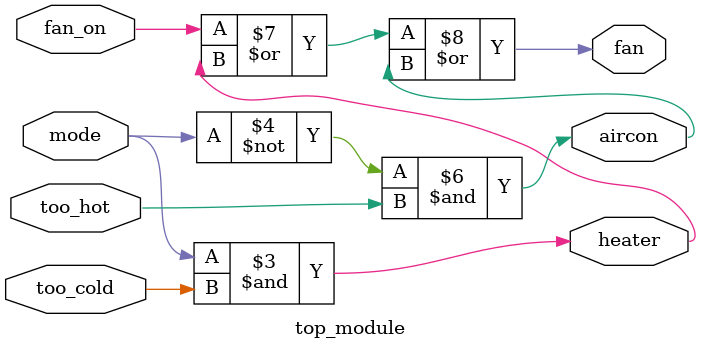
<source format=v>
module top_module (
    input too_cold,
    input too_hot,
    input mode,
    input fan_on,
    output heater,
    output aircon,
    output fan
); 
    assign heater = mode == 1 & too_cold == 1;
    assign aircon = mode == 0 & too_hot == 1;
    assign fan = fan_on | heater | aircon;

endmodule

</source>
